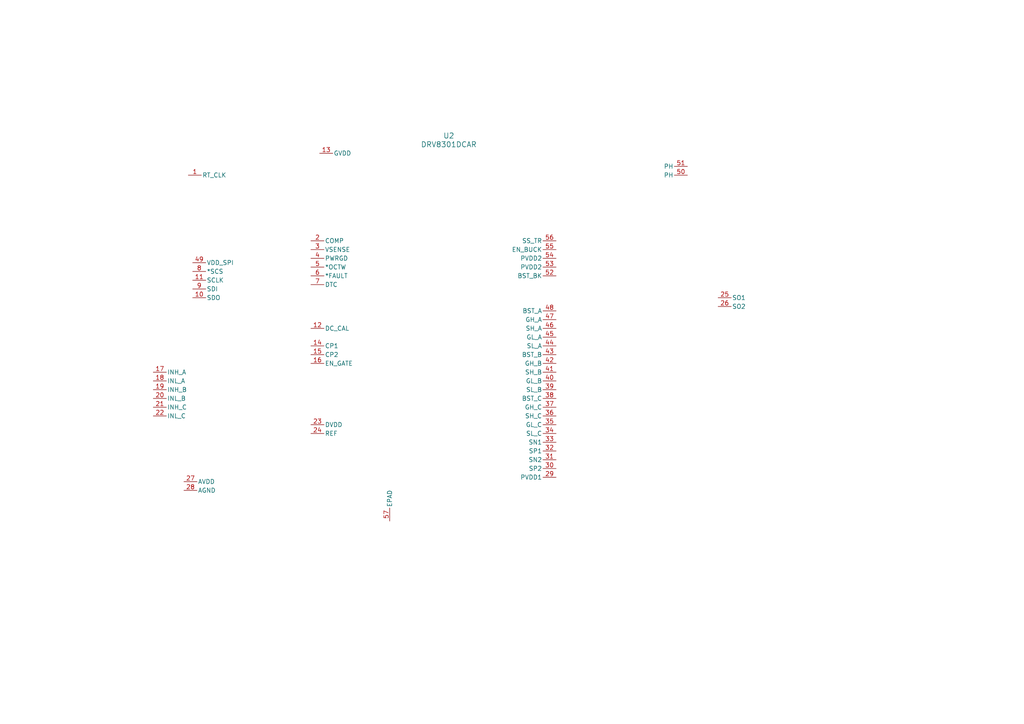
<source format=kicad_sch>
(kicad_sch (version 20231120) (generator "eeschema") (generator_version "8.0")
  (paper "A4")
  (lib_symbols
    (symbol "EchoSymbols:DRV8301DCAR" (pin_names (offset 0.254))
      (property "Reference" "U" (at 35.052 -35.814 0))
      (property "Value" "DRV8301DCAR" (at 35.052 -38.354 0))
      (symbol "DRV8301DCAR_0_1"
        (pin input line (at -35.56 16.51 0) (length 3.81) (name "RT_CLK") (number "1"))
        (pin output line (at -34.29 -19.05 0) (length 3.81) (name "SDO") (number "10"))
        (pin input line (at -34.29 -13.97 0) (length 3.81) (name "SCLK") (number "11"))
        (pin input line (at 0 -27.94 0) (length 3.81) (name "DC_CAL") (number "12"))
        (pin power_in line (at 2.54 22.86 0) (length 3.81) (name "GVDD") (number "13"))
        (pin power_in line (at 0 -33.02 0) (length 3.81) (name "CP1") (number "14"))
        (pin power_in line (at 0 -35.56 0) (length 3.81) (name "CP2") (number "15"))
        (pin input line (at 0 -38.1 0) (length 3.81) (name "EN_GATE") (number "16"))
        (pin input line (at -45.72 -40.64 0) (length 3.81) (name "INH_A") (number "17"))
        (pin input line (at -45.72 -43.18 0) (length 3.81) (name "INL_A") (number "18"))
        (pin input line (at -45.72 -45.72 0) (length 3.81) (name "INH_B") (number "19"))
        (pin output line (at 0 -2.54 0) (length 3.81) (name "COMP") (number "2"))
        (pin input line (at -45.72 -48.26 0) (length 3.81) (name "INL_B") (number "20"))
        (pin input line (at -45.72 -50.8 0) (length 3.81) (name "INH_C") (number "21"))
        (pin input line (at -45.72 -53.34 0) (length 3.81) (name "INL_C") (number "22"))
        (pin power_in line (at 0 -55.88 0) (length 3.81) (name "DVDD") (number "23"))
        (pin input line (at 0 -58.42 0) (length 3.81) (name "REF") (number "24"))
        (pin output line (at 118.11 -19.05 0) (length 3.81) (name "SO1") (number "25"))
        (pin output line (at 118.11 -21.59 0) (length 3.81) (name "SO2") (number "26"))
        (pin power_in line (at -36.83 -72.39 0) (length 3.81) (name "AVDD") (number "27"))
        (pin power_in line (at -36.83 -74.93 0) (length 3.81) (name "AGND") (number "28"))
        (pin power_in line (at 71.12 -71.12 180) (length 3.81) (name "PVDD1") (number "29"))
        (pin input line (at 0 -5.08 0) (length 3.81) (name "VSENSE") (number "3"))
        (pin input line (at 71.12 -68.58 180) (length 3.81) (name "SP2") (number "30"))
        (pin input line (at 71.12 -66.04 180) (length 3.81) (name "SN2") (number "31"))
        (pin input line (at 71.12 -63.5 180) (length 3.81) (name "SP1") (number "32"))
        (pin input line (at 71.12 -60.96 180) (length 3.81) (name "SN1") (number "33"))
        (pin input line (at 71.12 -58.42 180) (length 3.81) (name "SL_C") (number "34"))
        (pin output line (at 71.12 -55.88 180) (length 3.81) (name "GL_C") (number "35"))
        (pin input line (at 71.12 -53.34 180) (length 3.81) (name "SH_C") (number "36"))
        (pin output line (at 71.12 -50.8 180) (length 3.81) (name "GH_C") (number "37"))
        (pin power_in line (at 71.12 -48.26 180) (length 3.81) (name "BST_C") (number "38"))
        (pin input line (at 71.12 -45.72 180) (length 3.81) (name "SL_B") (number "39"))
        (pin input line (at 0 -7.62 0) (length 3.81) (name "PWRGD") (number "4"))
        (pin output line (at 71.12 -43.18 180) (length 3.81) (name "GL_B") (number "40"))
        (pin input line (at 71.12 -40.64 180) (length 3.81) (name "SH_B") (number "41"))
        (pin output line (at 71.12 -38.1 180) (length 3.81) (name "GH_B") (number "42"))
        (pin power_in line (at 71.12 -35.56 180) (length 3.81) (name "BST_B") (number "43"))
        (pin input line (at 71.12 -33.02 180) (length 3.81) (name "SL_A") (number "44"))
        (pin output line (at 71.12 -30.48 180) (length 3.81) (name "GL_A") (number "45"))
        (pin input line (at 71.12 -27.94 180) (length 3.81) (name "SH_A") (number "46"))
        (pin output line (at 71.12 -25.4 180) (length 3.81) (name "GH_A") (number "47"))
        (pin power_in line (at 71.12 -22.86 180) (length 3.81) (name "BST_A") (number "48"))
        (pin input line (at -34.29 -8.89 0) (length 3.81) (name "VDD_SPI") (number "49"))
        (pin output line (at 0 -10.16 0) (length 3.81) (name "*OCTW") (number "5"))
        (pin output line (at 109.22 16.51 180) (length 3.81) (name "PH") (number "50"))
        (pin output line (at 109.22 19.05 180) (length 3.81) (name "PH") (number "51"))
        (pin power_in line (at 71.12 -12.7 180) (length 3.81) (name "BST_BK") (number "52"))
        (pin power_in line (at 71.12 -10.16 180) (length 3.81) (name "PVDD2") (number "53"))
        (pin power_in line (at 71.12 -7.62 180) (length 3.81) (name "PVDD2") (number "54"))
        (pin input line (at 71.12 -5.08 180) (length 3.81) (name "EN_BUCK") (number "55"))
        (pin input line (at 71.12 -2.54 180) (length 3.81) (name "SS_TR") (number "56"))
        (pin unspecified line (at 22.86 -83.82 90) (length 3.81) (name "EPAD") (number "57"))
        (pin output line (at 0 -12.7 0) (length 3.81) (name "*FAULT") (number "6"))
        (pin input line (at 0 -15.24 0) (length 3.81) (name "DTC") (number "7"))
        (pin input line (at -34.29 -11.43 0) (length 3.81) (name "*SCS") (number "8"))
        (pin input line (at -34.29 -16.51 0) (length 3.81) (name "SDI") (number "9"))
      )
    )
  )
  (symbol (lib_id "EchoSymbols:DRV8301DCAR") (at 90.17 67.31 0) (unit 1)
    (property "Reference" "U2" (at 130.175 39.37 0) (effects (font (size 1.524 1.524))))
    (property "Value" "DRV8301DCAR" (at 130.175 41.91 0) (effects (font (size 1.524 1.524))))
    (property "Footprint" "DCA56_6P35X3P61" (effects (hide yes)))
    (property "Datasheet" "DRV8301DCAR" (effects (hide yes)))
  )
)
</source>
